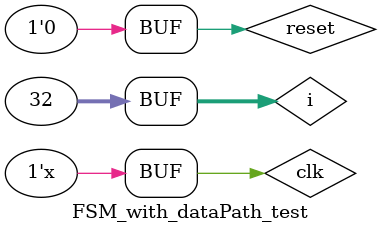
<source format=v>
`timescale 1ns / 1ps


module FSM_with_dataPath_test;

	// Inputs
	reg clk;
	reg reset;
	reg [3:0] ext_input;

	// Outputs
	wire [6:0] seg7;
	wire [3:0] select;
	 wire [15:0] A, B, Z;

	// Instantiate the Unit Under Test (UUT)
	FSM_with_dataPath uut (
		.clk(clk), 
		.reset(reset), 
		.ext_input(ext_input),
		.seg7(seg7),
		.A(A),
		.B(B),
		.Z(Z),
		.select(select)
	);
	integer i;
	initial begin
		// Initialize Inputs
		reset = 0;
		clk = 0;
		#5 reset = 1;
		#1 reset = 0;
		
		for(i =0; i < 2**5; i = i+1) begin
			#50;
			#1 reset = 1;
			#2 reset = 0;
		end

	end
      
		
	always
		#1 clk = ~clk;
endmodule


</source>
